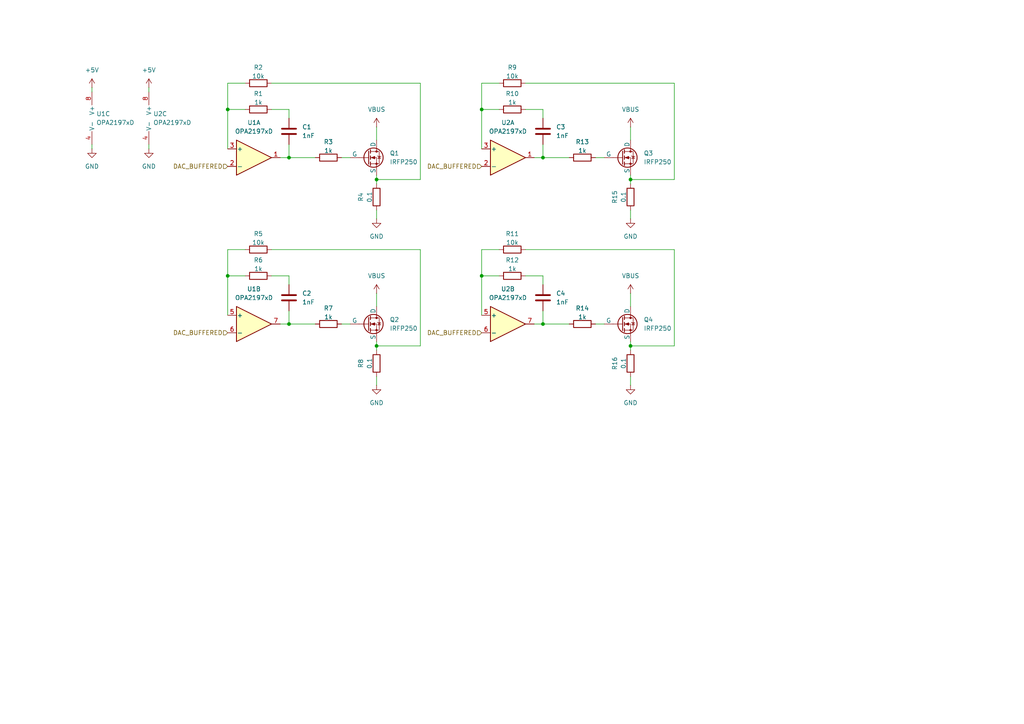
<source format=kicad_sch>
(kicad_sch (version 20250114) (generator "eeschema") (generator_version "9.0")
  (paper "A4")
  (lib_symbols
    (symbol "Amplifier_Operational:OPA2197xD" (pin_names (offset 0.127))
      (property "Reference" "U" (at 2.54 6.35 0))
      (property "Value" "OPA2197xD" (at 2.54 3.81 0))
      (symbol "OPA2197xD_1_1"
        (polyline (pts (xy 5.08 0) (xy -5.08 5.08) (xy -5.08 -5.08) (xy 5.08 0)) (stroke (width 0.254)) (fill (type background)))
        (pin input line (at -7.62 2.54 0) (length 2.54) (name "+") (number "3"))
        (pin input line (at -7.62 -2.54 0) (length 2.54) (name "-") (number "2"))
        (pin output line (at 7.62 0 180) (length 2.54) (name "~") (number "1"))
      )
      (symbol "OPA2197xD_2_1"
        (polyline (pts (xy 5.08 0) (xy -5.08 5.08) (xy -5.08 -5.08) (xy 5.08 0)) (stroke (width 0.254)) (fill (type background)))
        (pin input line (at -7.62 2.54 0) (length 2.54) (name "+") (number "5"))
        (pin input line (at -7.62 -2.54 0) (length 2.54) (name "-") (number "6"))
        (pin output line (at 7.62 0 180) (length 2.54) (name "~") (number "7"))
      )
      (symbol "OPA2197xD_3_1"
        (pin power_in line (at 0 7.62 270) (length 3.81) (name "V+") (number "8"))
        (pin power_in line (at 0 -7.62 90) (length 3.81) (name "V-") (number "4"))
      )
    )
    (symbol "Device:C" (pin_numbers (hide yes)) (pin_names (offset 0.254))
      (property "Reference" "C" (at 0.635 2.54 0))
      (property "Value" "C" (at 0.635 -2.54 0))
      (symbol "C_0_1"
        (polyline (pts (xy -2.032 0.762) (xy 2.032 0.762)) (stroke (width 0.508)))
        (polyline (pts (xy -2.032 -0.762) (xy 2.032 -0.762)) (stroke (width 0.508)))
      )
      (symbol "C_1_1"
        (pin passive line (at 0 3.81 270) (length 2.794) (name "~") (number "1"))
        (pin passive line (at 0 -3.81 90) (length 2.794) (name "~") (number "2"))
      )
    )
    (symbol "Device:R" (pin_numbers (hide yes)) (pin_names (offset 0))
      (property "Reference" "R" (at 2.032 0 90))
      (property "Value" "R" (at 0 0 90))
      (symbol "R_0_1"
        (rectangle (start -1.016 -2.54) (end 1.016 2.54) (stroke (width 0.254)))
      )
      (symbol "R_1_1"
        (pin passive line (at 0 3.81 270) (length 1.27) (name "~") (number "1"))
        (pin passive line (at 0 -3.81 90) (length 1.27) (name "~") (number "2"))
      )
    )
    (symbol "Simulation_SPICE:NMOS" (pin_numbers (hide yes)) (pin_names (offset 0))
      (property "Reference" "Q" (at 5.08 1.27 0))
      (property "Value" "NMOS" (at 5.08 -1.27 0))
      (symbol "NMOS_0_1"
        (polyline (pts (xy 0.254 1.905) (xy 0.254 -1.905)) (stroke (width 0.254)))
        (polyline (pts (xy 0.254 0) (xy -2.54 0)))
        (polyline (pts (xy 0.762 2.286) (xy 0.762 1.27)) (stroke (width 0.254)))
        (polyline (pts (xy 0.762 0.508) (xy 0.762 -0.508)) (stroke (width 0.254)))
        (polyline (pts (xy 0.762 -1.27) (xy 0.762 -2.286)) (stroke (width 0.254)))
        (polyline (pts (xy 0.762 -1.778) (xy 3.302 -1.778) (xy 3.302 1.778) (xy 0.762 1.778)))
        (polyline (pts (xy 1.016 0) (xy 2.032 0.381) (xy 2.032 -0.381) (xy 1.016 0)) (fill (type outline)))
        (circle (center 1.651 0) (radius 2.794) (stroke (width 0.254)))
        (polyline (pts (xy 2.54 2.54) (xy 2.54 1.778)))
        (circle (center 2.54 1.778) (radius 0.254) (fill (type outline)))
        (circle (center 2.54 -1.778) (radius 0.254) (fill (type outline)))
        (polyline (pts (xy 2.54 -2.54) (xy 2.54 0) (xy 0.762 0)))
        (polyline (pts (xy 2.794 0.508) (xy 2.921 0.381) (xy 3.683 0.381) (xy 3.81 0.254)))
        (polyline (pts (xy 3.302 0.381) (xy 2.921 -0.254) (xy 3.683 -0.254) (xy 3.302 0.381)))
      )
      (symbol "NMOS_1_1"
        (pin input line (at -5.08 0 0) (length 2.54) (name "G") (number "2"))
        (pin passive line (at 2.54 5.08 270) (length 2.54) (name "D") (number "1"))
        (pin passive line (at 2.54 -5.08 90) (length 2.54) (name "S") (number "3"))
      )
    )
    (symbol "power:+5V" (power) (pin_numbers (hide yes)) (pin_names (offset 0) (hide yes))
      (property "Value" "+5V" (at 0 3.556 0))
      (symbol "+5V_0_1"
        (polyline (pts (xy -0.762 1.27) (xy 0 2.54)))
        (polyline (pts (xy 0 2.54) (xy 0.762 1.27)))
        (polyline (pts (xy 0 0) (xy 0 2.54)))
      )
      (symbol "+5V_1_1"
        (pin power_in line (at 0 0 90) (length 0) (name "~") (number "1"))
      )
    )
    (symbol "power:GND" (power) (pin_numbers (hide yes)) (pin_names (offset 0) (hide yes))
      (property "Value" "GND" (at 0 -3.81 0))
      (symbol "GND_0_1"
        (polyline (pts (xy 0 0) (xy 0 -1.27) (xy 1.27 -1.27) (xy 0 -2.54) (xy -1.27 -1.27) (xy 0 -1.27)))
      )
      (symbol "GND_1_1"
        (pin power_in line (at 0 0 270) (length 0) (name "~") (number "1"))
      )
    )
    (symbol "power:VBUS" (power) (pin_numbers (hide yes)) (pin_names (offset 0) (hide yes))
      (property "Value" "VBUS" (at 0 3.556 0))
      (symbol "VBUS_0_1"
        (polyline (pts (xy -0.762 1.27) (xy 0 2.54)))
        (polyline (pts (xy 0 2.54) (xy 0.762 1.27)))
        (polyline (pts (xy 0 0) (xy 0 2.54)))
      )
      (symbol "VBUS_1_1"
        (pin power_in line (at 0 0 90) (length 0) (name "~") (number "1"))
      )
    )
  )
  (junction (at 139.7 80.01))
  (junction (at 66.04 80.01))
  (junction (at 109.22 52.07))
  (junction (at 66.04 31.75))
  (junction (at 157.48 45.72))
  (junction (at 109.22 100.33))
  (junction (at 182.88 100.33))
  (junction (at 182.88 52.07))
  (junction (at 83.82 93.98))
  (junction (at 139.7 31.75))
  (junction (at 83.82 45.72))
  (junction (at 157.48 93.98))
  (wire (pts (xy 152.4 72.39) (xy 195.58 72.39)))
  (wire (pts (xy 83.82 31.75) (xy 83.82 34.29)))
  (wire (pts (xy 157.48 45.72) (xy 165.1 45.72)))
  (wire (pts (xy 139.7 31.75) (xy 139.7 24.13)))
  (wire (pts (xy 182.88 109.22) (xy 182.88 111.76)))
  (wire (pts (xy 66.04 80.01) (xy 66.04 72.39)))
  (wire (pts (xy 66.04 24.13) (xy 71.12 24.13)))
  (wire (pts (xy 195.58 24.13) (xy 195.58 52.07)))
  (wire (pts (xy 66.04 91.44) (xy 66.04 80.01)))
  (wire (pts (xy 157.48 31.75) (xy 157.48 34.29)))
  (wire (pts (xy 83.82 80.01) (xy 83.82 82.55)))
  (wire (pts (xy 26.67 41.91) (xy 26.67 43.18)))
  (wire (pts (xy 43.18 41.91) (xy 43.18 43.18)))
  (wire (pts (xy 195.58 100.33) (xy 182.88 100.33)))
  (wire (pts (xy 109.22 50.8) (xy 109.22 52.07)))
  (wire (pts (xy 152.4 80.01) (xy 157.48 80.01)))
  (wire (pts (xy 182.88 50.8) (xy 182.88 52.07)))
  (wire (pts (xy 43.18 25.4) (xy 43.18 26.67)))
  (wire (pts (xy 195.58 52.07) (xy 182.88 52.07)))
  (wire (pts (xy 175.26 93.98) (xy 172.72 93.98)))
  (wire (pts (xy 78.74 80.01) (xy 83.82 80.01)))
  (wire (pts (xy 109.22 85.09) (xy 109.22 88.9)))
  (wire (pts (xy 101.6 45.72) (xy 99.06 45.72)))
  (wire (pts (xy 101.6 93.98) (xy 99.06 93.98)))
  (wire (pts (xy 66.04 80.01) (xy 71.12 80.01)))
  (wire (pts (xy 182.88 60.96) (xy 182.88 63.5)))
  (wire (pts (xy 157.48 93.98) (xy 154.94 93.98)))
  (wire (pts (xy 139.7 80.01) (xy 144.78 80.01)))
  (wire (pts (xy 195.58 72.39) (xy 195.58 100.33)))
  (wire (pts (xy 109.22 109.22) (xy 109.22 111.76)))
  (wire (pts (xy 121.92 24.13) (xy 121.92 52.07)))
  (wire (pts (xy 139.7 31.75) (xy 144.78 31.75)))
  (wire (pts (xy 109.22 99.06) (xy 109.22 100.33)))
  (wire (pts (xy 157.48 41.91) (xy 157.48 45.72)))
  (wire (pts (xy 139.7 24.13) (xy 144.78 24.13)))
  (wire (pts (xy 66.04 72.39) (xy 71.12 72.39)))
  (wire (pts (xy 139.7 72.39) (xy 144.78 72.39)))
  (wire (pts (xy 157.48 45.72) (xy 154.94 45.72)))
  (wire (pts (xy 78.74 72.39) (xy 121.92 72.39)))
  (wire (pts (xy 83.82 41.91) (xy 83.82 45.72)))
  (wire (pts (xy 157.48 93.98) (xy 165.1 93.98)))
  (wire (pts (xy 83.82 93.98) (xy 81.28 93.98)))
  (wire (pts (xy 139.7 80.01) (xy 139.7 72.39)))
  (wire (pts (xy 83.82 93.98) (xy 91.44 93.98)))
  (wire (pts (xy 109.22 52.07) (xy 109.22 53.34)))
  (wire (pts (xy 139.7 91.44) (xy 139.7 80.01)))
  (wire (pts (xy 109.22 36.83) (xy 109.22 40.64)))
  (wire (pts (xy 78.74 31.75) (xy 83.82 31.75)))
  (wire (pts (xy 157.48 80.01) (xy 157.48 82.55)))
  (wire (pts (xy 121.92 52.07) (xy 109.22 52.07)))
  (wire (pts (xy 83.82 45.72) (xy 91.44 45.72)))
  (wire (pts (xy 78.74 24.13) (xy 121.92 24.13)))
  (wire (pts (xy 66.04 31.75) (xy 71.12 31.75)))
  (wire (pts (xy 83.82 90.17) (xy 83.82 93.98)))
  (wire (pts (xy 175.26 45.72) (xy 172.72 45.72)))
  (wire (pts (xy 109.22 60.96) (xy 109.22 63.5)))
  (wire (pts (xy 152.4 31.75) (xy 157.48 31.75)))
  (wire (pts (xy 182.88 100.33) (xy 182.88 101.6)))
  (wire (pts (xy 83.82 45.72) (xy 81.28 45.72)))
  (wire (pts (xy 182.88 36.83) (xy 182.88 40.64)))
  (wire (pts (xy 182.88 85.09) (xy 182.88 88.9)))
  (wire (pts (xy 157.48 90.17) (xy 157.48 93.98)))
  (wire (pts (xy 121.92 100.33) (xy 109.22 100.33)))
  (wire (pts (xy 26.67 25.4) (xy 26.67 26.67)))
  (wire (pts (xy 66.04 43.18) (xy 66.04 31.75)))
  (wire (pts (xy 182.88 52.07) (xy 182.88 53.34)))
  (wire (pts (xy 152.4 24.13) (xy 195.58 24.13)))
  (wire (pts (xy 121.92 72.39) (xy 121.92 100.33)))
  (wire (pts (xy 182.88 99.06) (xy 182.88 100.33)))
  (wire (pts (xy 139.7 43.18) (xy 139.7 31.75)))
  (wire (pts (xy 109.22 100.33) (xy 109.22 101.6)))
  (wire (pts (xy 66.04 31.75) (xy 66.04 24.13)))
  (hierarchical_label "DAC_BUFFERED" (shape input) (at 66.04 96.52 180))
  (hierarchical_label "DAC_BUFFERED" (shape input) (at 139.7 48.26 180))
  (hierarchical_label "DAC_BUFFERED" (shape input) (at 66.04 48.26 180))
  (hierarchical_label "DAC_BUFFERED" (shape input) (at 139.7 96.52 180))
  (symbol (lib_id "Amplifier_Operational:OPA2197xD") (at 73.66 45.72 0) (unit 1)
    (property "Reference" "U1" (at 73.66 35.56 0))
    (property "Value" "OPA2197xD" (at 73.66 38.1 0))
    (property "Footprint" "Package_SO:SOIC-8_3.9x4.9mm_P1.27mm" (effects (hide yes)))
    (property "Datasheet" "http://www.ti.com/lit/ds/symlink/opa2197.pdf" (effects (hide yes)))
    (property "Description" "Dual 36V, Precision, Rail-to-Rail Input/Output, Low Offset Voltage, Operational Amplifier, SOIC-8" (effects (hide yes)))
  )
  (symbol (lib_id "Device:R") (at 148.59 80.01 90) (unit 1)
    (property "Reference" "R12" (at 148.59 75.438 90))
    (property "Value" "1k" (at 148.59 77.978 90))
    (property "Footprint" "Resistor_SMD:R_0603_1608Metric" (effects (hide yes)))
    (property "Description" "Resistor" (effects (hide yes)))
  )
  (symbol (lib_id "Device:R") (at 74.93 24.13 90) (unit 1)
    (property "Reference" "R2" (at 74.93 19.558 90))
    (property "Value" "10k" (at 74.93 22.098 90))
    (property "Footprint" "Resistor_SMD:R_0603_1608Metric" (effects (hide yes)))
    (property "Description" "Resistor" (effects (hide yes)))
  )
  (symbol (lib_id "Amplifier_Operational:OPA2197xD") (at 26.67 34.29 0) (unit 3)
    (property "Reference" "U1" (at 27.94 33.0199 0) (effects (justify left)))
    (property "Value" "OPA2197xD" (at 27.94 35.5599 0) (effects (justify left)))
    (property "Footprint" "Package_SO:SOIC-8_3.9x4.9mm_P1.27mm" (effects (hide yes)))
    (property "Datasheet" "http://www.ti.com/lit/ds/symlink/opa2197.pdf" (effects (hide yes)))
    (property "Description" "Dual 36V, Precision, Rail-to-Rail Input/Output, Low Offset Voltage, Operational Amplifier, SOIC-8" (effects (hide yes)))
  )
  (symbol (lib_id "Simulation_SPICE:NMOS") (at 106.68 45.72 0) (unit 1)
    (property "Reference" "Q1" (at 113.03 44.4499 0) (effects (justify left)))
    (property "Value" "IRFP250" (at 113.03 46.9899 0) (effects (justify left)))
    (property "Datasheet" "https://ngspice.sourceforge.io/docs/ngspice-html-manual/manual.xhtml#cha_MOSFETs" (effects (hide yes)))
    (property "Description" "N-MOSFET transistor, drain/source/gate" (effects (hide yes)))
    (property "Sim.Device" "NMOS" (effects (hide yes)))
    (property "Sim.Type" "VDMOS" (effects (hide yes)))
    (property "Sim.Pins" "1=D 2=G 3=S" (effects (hide yes)))
  )
  (symbol (lib_id "power:GND") (at 26.67 43.18 0) (unit 1)
    (property "Reference" "#PWR06" (effects (hide yes)))
    (property "Value" "GND" (at 26.67 48.26 0))
    (property "Description" "Power symbol creates a global label with name \"GND\" , ground" (effects (hide yes)))
  )
  (symbol (lib_id "Device:R") (at 182.88 57.15 180) (unit 1)
    (property "Reference" "R15" (at 178.308 57.15 90))
    (property "Value" "0.1" (at 180.848 57.15 90))
    (property "Footprint" "Resistor_SMD:R_2512_6332Metric_Pad1.40x3.35mm_HandSolder" (effects (hide yes)))
    (property "Description" "Resistor" (effects (hide yes)))
  )
  (symbol (lib_id "power:+5V") (at 43.18 25.4 0) (unit 1)
    (property "Reference" "#PWR011" (effects (hide yes)))
    (property "Value" "+5V" (at 43.18 20.32 0))
    (property "Description" "Power symbol creates a global label with name \"+5V\"" (effects (hide yes)))
  )
  (symbol (lib_id "power:GND") (at 182.88 111.76 0) (unit 1)
    (property "Reference" "#PWR010" (effects (hide yes)))
    (property "Value" "GND" (at 182.88 116.84 0))
    (property "Description" "Power symbol creates a global label with name \"GND\" , ground" (effects (hide yes)))
  )
  (symbol (lib_id "Amplifier_Operational:OPA2197xD") (at 73.66 93.98 0) (unit 2)
    (property "Reference" "U1" (at 73.66 83.82 0))
    (property "Value" "OPA2197xD" (at 73.66 86.36 0))
    (property "Footprint" "Package_SO:SOIC-8_3.9x4.9mm_P1.27mm" (effects (hide yes)))
    (property "Datasheet" "http://www.ti.com/lit/ds/symlink/opa2197.pdf" (effects (hide yes)))
    (property "Description" "Dual 36V, Precision, Rail-to-Rail Input/Output, Low Offset Voltage, Operational Amplifier, SOIC-8" (effects (hide yes)))
  )
  (symbol (lib_id "power:+5V") (at 26.67 25.4 0) (unit 1)
    (property "Reference" "#PWR05" (effects (hide yes)))
    (property "Value" "+5V" (at 26.67 20.32 0))
    (property "Description" "Power symbol creates a global label with name \"+5V\"" (effects (hide yes)))
  )
  (symbol (lib_id "Amplifier_Operational:OPA2197xD") (at 43.18 34.29 0) (unit 3)
    (property "Reference" "U2" (at 44.45 33.0199 0) (effects (justify left)))
    (property "Value" "OPA2197xD" (at 44.45 35.5599 0) (effects (justify left)))
    (property "Footprint" "Package_SO:SOIC-8_3.9x4.9mm_P1.27mm" (effects (hide yes)))
    (property "Datasheet" "http://www.ti.com/lit/ds/symlink/opa2197.pdf" (effects (hide yes)))
    (property "Description" "Dual 36V, Precision, Rail-to-Rail Input/Output, Low Offset Voltage, Operational Amplifier, SOIC-8" (effects (hide yes)))
  )
  (symbol (lib_id "Device:C") (at 157.48 86.36 0) (unit 1)
    (property "Reference" "C4" (at 161.29 85.0899 0) (effects (justify left)))
    (property "Value" "1nF" (at 161.29 87.6299 0) (effects (justify left)))
    (property "Footprint" "Capacitor_SMD:C_0603_1608Metric" (effects (hide yes)))
    (property "Description" "Unpolarized capacitor" (effects (hide yes)))
  )
  (symbol (lib_id "Device:R") (at 74.93 80.01 90) (unit 1)
    (property "Reference" "R6" (at 74.93 75.438 90))
    (property "Value" "1k" (at 74.93 77.978 90))
    (property "Footprint" "Resistor_SMD:R_0603_1608Metric" (effects (hide yes)))
    (property "Description" "Resistor" (effects (hide yes)))
  )
  (symbol (lib_id "power:GND") (at 109.22 111.76 0) (unit 1)
    (property "Reference" "#PWR04" (effects (hide yes)))
    (property "Value" "GND" (at 109.22 116.84 0))
    (property "Description" "Power symbol creates a global label with name \"GND\" , ground" (effects (hide yes)))
  )
  (symbol (lib_id "Device:R") (at 148.59 31.75 90) (unit 1)
    (property "Reference" "R10" (at 148.59 27.178 90))
    (property "Value" "1k" (at 148.59 29.718 90))
    (property "Footprint" "Resistor_SMD:R_0603_1608Metric" (effects (hide yes)))
    (property "Description" "Resistor" (effects (hide yes)))
  )
  (symbol (lib_id "Device:C") (at 83.82 86.36 0) (unit 1)
    (property "Reference" "C2" (at 87.63 85.0899 0) (effects (justify left)))
    (property "Value" "1nF" (at 87.63 87.6299 0) (effects (justify left)))
    (property "Footprint" "Capacitor_SMD:C_0603_1608Metric" (effects (hide yes)))
    (property "Description" "Unpolarized capacitor" (effects (hide yes)))
  )
  (symbol (lib_id "Amplifier_Operational:OPA2197xD") (at 147.32 45.72 0) (unit 1)
    (property "Reference" "U2" (at 147.32 35.56 0))
    (property "Value" "OPA2197xD" (at 147.32 38.1 0))
    (property "Footprint" "Package_SO:SOIC-8_3.9x4.9mm_P1.27mm" (effects (hide yes)))
    (property "Datasheet" "http://www.ti.com/lit/ds/symlink/opa2197.pdf" (effects (hide yes)))
    (property "Description" "Dual 36V, Precision, Rail-to-Rail Input/Output, Low Offset Voltage, Operational Amplifier, SOIC-8" (effects (hide yes)))
  )
  (symbol (lib_id "Simulation_SPICE:NMOS") (at 106.68 93.98 0) (unit 1)
    (property "Reference" "Q2" (at 113.03 92.7099 0) (effects (justify left)))
    (property "Value" "IRFP250" (at 113.03 95.2499 0) (effects (justify left)))
    (property "Datasheet" "https://ngspice.sourceforge.io/docs/ngspice-html-manual/manual.xhtml#cha_MOSFETs" (effects (hide yes)))
    (property "Description" "N-MOSFET transistor, drain/source/gate" (effects (hide yes)))
    (property "Sim.Device" "NMOS" (effects (hide yes)))
    (property "Sim.Type" "VDMOS" (effects (hide yes)))
    (property "Sim.Pins" "1=D 2=G 3=S" (effects (hide yes)))
  )
  (symbol (lib_id "Device:R") (at 95.25 93.98 90) (unit 1)
    (property "Reference" "R7" (at 95.25 89.408 90))
    (property "Value" "1k" (at 95.25 91.948 90))
    (property "Footprint" "Resistor_SMD:R_0603_1608Metric" (effects (hide yes)))
    (property "Description" "Resistor" (effects (hide yes)))
  )
  (symbol (lib_id "power:VBUS") (at 182.88 85.09 0) (unit 1)
    (property "Reference" "#PWR09" (effects (hide yes)))
    (property "Value" "VBUS" (at 182.88 80.01 0))
    (property "Description" "Power symbol creates a global label with name \"VBUS\"" (effects (hide yes)))
  )
  (symbol (lib_id "Device:R") (at 148.59 24.13 90) (unit 1)
    (property "Reference" "R9" (at 148.59 19.558 90))
    (property "Value" "10k" (at 148.59 22.098 90))
    (property "Footprint" "Resistor_SMD:R_0603_1608Metric" (effects (hide yes)))
    (property "Description" "Resistor" (effects (hide yes)))
  )
  (symbol (lib_id "Device:R") (at 109.22 105.41 180) (unit 1)
    (property "Reference" "R8" (at 104.648 105.41 90))
    (property "Value" "0.1" (at 107.188 105.41 90))
    (property "Footprint" "Resistor_SMD:R_2512_6332Metric_Pad1.40x3.35mm_HandSolder" (effects (hide yes)))
    (property "Description" "Resistor" (effects (hide yes)))
  )
  (symbol (lib_id "Simulation_SPICE:NMOS") (at 180.34 93.98 0) (unit 1)
    (property "Reference" "Q4" (at 186.69 92.7099 0) (effects (justify left)))
    (property "Value" "IRFP250" (at 186.69 95.2499 0) (effects (justify left)))
    (property "Datasheet" "https://ngspice.sourceforge.io/docs/ngspice-html-manual/manual.xhtml#cha_MOSFETs" (effects (hide yes)))
    (property "Description" "N-MOSFET transistor, drain/source/gate" (effects (hide yes)))
    (property "Sim.Device" "NMOS" (effects (hide yes)))
    (property "Sim.Type" "VDMOS" (effects (hide yes)))
    (property "Sim.Pins" "1=D 2=G 3=S" (effects (hide yes)))
  )
  (symbol (lib_id "Device:R") (at 182.88 105.41 180) (unit 1)
    (property "Reference" "R16" (at 178.308 105.41 90))
    (property "Value" "0.1" (at 180.848 105.41 90))
    (property "Footprint" "Resistor_SMD:R_2512_6332Metric_Pad1.40x3.35mm_HandSolder" (effects (hide yes)))
    (property "Description" "Resistor" (effects (hide yes)))
  )
  (symbol (lib_id "power:VBUS") (at 109.22 36.83 0) (unit 1)
    (property "Reference" "#PWR01" (effects (hide yes)))
    (property "Value" "VBUS" (at 109.22 31.75 0))
    (property "Description" "Power symbol creates a global label with name \"VBUS\"" (effects (hide yes)))
  )
  (symbol (lib_id "power:VBUS") (at 182.88 36.83 0) (unit 1)
    (property "Reference" "#PWR07" (effects (hide yes)))
    (property "Value" "VBUS" (at 182.88 31.75 0))
    (property "Description" "Power symbol creates a global label with name \"VBUS\"" (effects (hide yes)))
  )
  (symbol (lib_id "Device:C") (at 157.48 38.1 0) (unit 1)
    (property "Reference" "C3" (at 161.29 36.8299 0) (effects (justify left)))
    (property "Value" "1nF" (at 161.29 39.3699 0) (effects (justify left)))
    (property "Footprint" "Capacitor_SMD:C_0603_1608Metric" (effects (hide yes)))
    (property "Description" "Unpolarized capacitor" (effects (hide yes)))
  )
  (symbol (lib_id "Simulation_SPICE:NMOS") (at 180.34 45.72 0) (unit 1)
    (property "Reference" "Q3" (at 186.69 44.4499 0) (effects (justify left)))
    (property "Value" "IRFP250" (at 186.69 46.9899 0) (effects (justify left)))
    (property "Datasheet" "https://ngspice.sourceforge.io/docs/ngspice-html-manual/manual.xhtml#cha_MOSFETs" (effects (hide yes)))
    (property "Description" "N-MOSFET transistor, drain/source/gate" (effects (hide yes)))
    (property "Sim.Device" "NMOS" (effects (hide yes)))
    (property "Sim.Type" "VDMOS" (effects (hide yes)))
    (property "Sim.Pins" "1=D 2=G 3=S" (effects (hide yes)))
  )
  (symbol (lib_id "power:GND") (at 43.18 43.18 0) (unit 1)
    (property "Reference" "#PWR012" (effects (hide yes)))
    (property "Value" "GND" (at 43.18 48.26 0))
    (property "Description" "Power symbol creates a global label with name \"GND\" , ground" (effects (hide yes)))
  )
  (symbol (lib_id "Device:R") (at 168.91 45.72 90) (unit 1)
    (property "Reference" "R13" (at 168.91 41.148 90))
    (property "Value" "1k" (at 168.91 43.688 90))
    (property "Footprint" "Resistor_SMD:R_0603_1608Metric" (effects (hide yes)))
    (property "Description" "Resistor" (effects (hide yes)))
  )
  (symbol (lib_id "power:GND") (at 109.22 63.5 0) (unit 1)
    (property "Reference" "#PWR02" (effects (hide yes)))
    (property "Value" "GND" (at 109.22 68.58 0))
    (property "Description" "Power symbol creates a global label with name \"GND\" , ground" (effects (hide yes)))
  )
  (symbol (lib_id "power:GND") (at 182.88 63.5 0) (unit 1)
    (property "Reference" "#PWR08" (effects (hide yes)))
    (property "Value" "GND" (at 182.88 68.58 0))
    (property "Description" "Power symbol creates a global label with name \"GND\" , ground" (effects (hide yes)))
  )
  (symbol (lib_id "Device:R") (at 148.59 72.39 90) (unit 1)
    (property "Reference" "R11" (at 148.59 67.818 90))
    (property "Value" "10k" (at 148.59 70.358 90))
    (property "Footprint" "Resistor_SMD:R_0603_1608Metric" (effects (hide yes)))
    (property "Description" "Resistor" (effects (hide yes)))
  )
  (symbol (lib_id "Device:R") (at 168.91 93.98 90) (unit 1)
    (property "Reference" "R14" (at 168.91 89.408 90))
    (property "Value" "1k" (at 168.91 91.948 90))
    (property "Footprint" "Resistor_SMD:R_0603_1608Metric" (effects (hide yes)))
    (property "Description" "Resistor" (effects (hide yes)))
  )
  (symbol (lib_id "Amplifier_Operational:OPA2197xD") (at 147.32 93.98 0) (unit 2)
    (property "Reference" "U2" (at 147.32 83.82 0))
    (property "Value" "OPA2197xD" (at 147.32 86.36 0))
    (property "Footprint" "Package_SO:SOIC-8_3.9x4.9mm_P1.27mm" (effects (hide yes)))
    (property "Datasheet" "http://www.ti.com/lit/ds/symlink/opa2197.pdf" (effects (hide yes)))
    (property "Description" "Dual 36V, Precision, Rail-to-Rail Input/Output, Low Offset Voltage, Operational Amplifier, SOIC-8" (effects (hide yes)))
  )
  (symbol (lib_id "power:VBUS") (at 109.22 85.09 0) (unit 1)
    (property "Reference" "#PWR03" (effects (hide yes)))
    (property "Value" "VBUS" (at 109.22 80.01 0))
    (property "Description" "Power symbol creates a global label with name \"VBUS\"" (effects (hide yes)))
  )
  (symbol (lib_id "Device:R") (at 95.25 45.72 90) (unit 1)
    (property "Reference" "R3" (at 95.25 41.148 90))
    (property "Value" "1k" (at 95.25 43.688 90))
    (property "Footprint" "Resistor_SMD:R_0603_1608Metric" (effects (hide yes)))
    (property "Description" "Resistor" (effects (hide yes)))
  )
  (symbol (lib_id "Device:R") (at 74.93 72.39 90) (unit 1)
    (property "Reference" "R5" (at 74.93 67.818 90))
    (property "Value" "10k" (at 74.93 70.358 90))
    (property "Footprint" "Resistor_SMD:R_0603_1608Metric" (effects (hide yes)))
    (property "Description" "Resistor" (effects (hide yes)))
  )
  (symbol (lib_id "Device:R") (at 109.22 57.15 180) (unit 1)
    (property "Reference" "R4" (at 104.648 57.15 90))
    (property "Value" "0.1" (at 107.188 57.15 90))
    (property "Footprint" "Resistor_SMD:R_2512_6332Metric_Pad1.40x3.35mm_HandSolder" (effects (hide yes)))
    (property "Description" "Resistor" (effects (hide yes)))
  )
  (symbol (lib_id "Device:C") (at 83.82 38.1 0) (unit 1)
    (property "Reference" "C1" (at 87.63 36.8299 0) (effects (justify left)))
    (property "Value" "1nF" (at 87.63 39.3699 0) (effects (justify left)))
    (property "Footprint" "Capacitor_SMD:C_0603_1608Metric" (effects (hide yes)))
    (property "Description" "Unpolarized capacitor" (effects (hide yes)))
  )
  (symbol (lib_id "Device:R") (at 74.93 31.75 90) (unit 1)
    (property "Reference" "R1" (at 74.93 27.178 90))
    (property "Value" "1k" (at 74.93 29.718 90))
    (property "Footprint" "Resistor_SMD:R_0603_1608Metric" (effects (hide yes)))
    (property "Description" "Resistor" (effects (hide yes)))
  )
)
</source>
